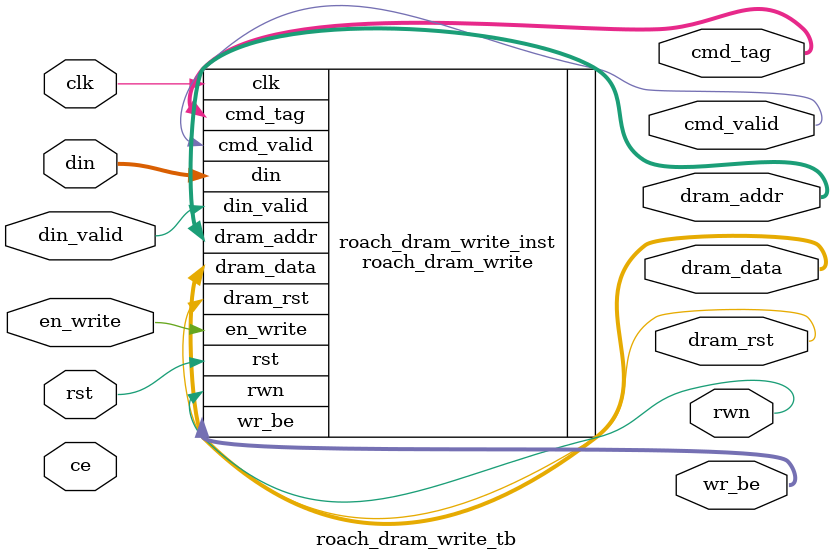
<source format=v>

module roach_dram_write_tb
(
    input wire clk,
    input wire ce,
    input wire rst,
    input wire en_write,

    input wire [31:0] din,
    input wire din_valid,

    //to the DRAM module
    output wire dram_rst, 
    output wire [24:0] dram_addr,   //check!
    output wire [287:0] dram_data,

    output wire [35:0] wr_be,       //byte enable
    output wire rwn,                //1:read, 0:write
    output wire [31:0] cmd_tag,
    output wire cmd_valid
);


roach_dram_write #(
    .DIN_WIDTH(32),
    .DRAM_ADDR(25)
) roach_dram_write_inst (
    .clk(clk),
    .rst(rst),
    .en_write(en_write),
    .din(din),
    .din_valid(din_valid),
    .dram_rst(dram_rst), 
    .dram_addr(dram_addr),
    .dram_data(dram_data),
    .wr_be(wr_be),
    .rwn(rwn),
    .cmd_tag(cmd_tag),
    .cmd_valid(cmd_valid)
);

endmodule

</source>
